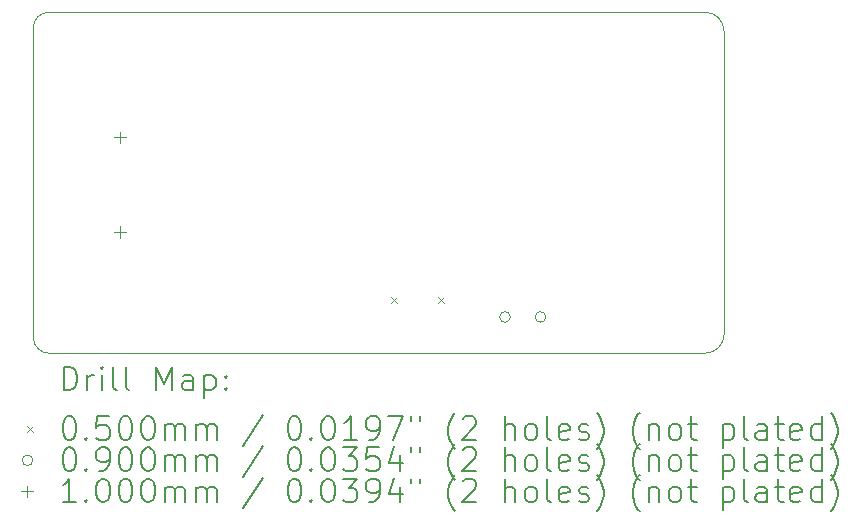
<source format=gbr>
%TF.GenerationSoftware,KiCad,Pcbnew,8.0.1*%
%TF.CreationDate,2024-03-31T17:14:52+03:00*%
%TF.ProjectId,Master board,4d617374-6572-4206-926f-6172642e6b69,rev?*%
%TF.SameCoordinates,Original*%
%TF.FileFunction,Drillmap*%
%TF.FilePolarity,Positive*%
%FSLAX45Y45*%
G04 Gerber Fmt 4.5, Leading zero omitted, Abs format (unit mm)*
G04 Created by KiCad (PCBNEW 8.0.1) date 2024-03-31 17:14:52*
%MOMM*%
%LPD*%
G01*
G04 APERTURE LIST*
%ADD10C,0.050000*%
%ADD11C,0.200000*%
%ADD12C,0.100000*%
G04 APERTURE END LIST*
D10*
X16539900Y-6780700D02*
X16539900Y-9346700D01*
X10689900Y-9372700D02*
X10689900Y-6754700D01*
X10824900Y-9507700D02*
G75*
G02*
X10689900Y-9372700I0J135000D01*
G01*
X16378900Y-6619700D02*
X10824900Y-6619700D01*
X16378900Y-9507700D02*
X10824900Y-9507700D01*
X16539900Y-9346700D02*
G75*
G02*
X16378900Y-9507700I-161000J0D01*
G01*
X16378900Y-6619700D02*
G75*
G02*
X16539900Y-6780700I0J-161000D01*
G01*
X10689900Y-6754700D02*
G75*
G02*
X10824900Y-6619700I135000J0D01*
G01*
D11*
D12*
X13716200Y-9028400D02*
X13766200Y-9078400D01*
X13766200Y-9028400D02*
X13716200Y-9078400D01*
X14116200Y-9028400D02*
X14166200Y-9078400D01*
X14166200Y-9028400D02*
X14116200Y-9078400D01*
X14729200Y-9200700D02*
G75*
G02*
X14639200Y-9200700I-45000J0D01*
G01*
X14639200Y-9200700D02*
G75*
G02*
X14729200Y-9200700I45000J0D01*
G01*
X15029200Y-9200700D02*
G75*
G02*
X14939200Y-9200700I-45000J0D01*
G01*
X14939200Y-9200700D02*
G75*
G02*
X15029200Y-9200700I45000J0D01*
G01*
X11422950Y-7630900D02*
X11422950Y-7730900D01*
X11372950Y-7680900D02*
X11472950Y-7680900D01*
X11422950Y-8430900D02*
X11422950Y-8530900D01*
X11372950Y-8480900D02*
X11472950Y-8480900D01*
D11*
X10948177Y-9821684D02*
X10948177Y-9621684D01*
X10948177Y-9621684D02*
X10995796Y-9621684D01*
X10995796Y-9621684D02*
X11024367Y-9631208D01*
X11024367Y-9631208D02*
X11043415Y-9650255D01*
X11043415Y-9650255D02*
X11052939Y-9669303D01*
X11052939Y-9669303D02*
X11062463Y-9707398D01*
X11062463Y-9707398D02*
X11062463Y-9735970D01*
X11062463Y-9735970D02*
X11052939Y-9774065D01*
X11052939Y-9774065D02*
X11043415Y-9793112D01*
X11043415Y-9793112D02*
X11024367Y-9812160D01*
X11024367Y-9812160D02*
X10995796Y-9821684D01*
X10995796Y-9821684D02*
X10948177Y-9821684D01*
X11148177Y-9821684D02*
X11148177Y-9688350D01*
X11148177Y-9726446D02*
X11157701Y-9707398D01*
X11157701Y-9707398D02*
X11167224Y-9697874D01*
X11167224Y-9697874D02*
X11186272Y-9688350D01*
X11186272Y-9688350D02*
X11205320Y-9688350D01*
X11271986Y-9821684D02*
X11271986Y-9688350D01*
X11271986Y-9621684D02*
X11262462Y-9631208D01*
X11262462Y-9631208D02*
X11271986Y-9640731D01*
X11271986Y-9640731D02*
X11281510Y-9631208D01*
X11281510Y-9631208D02*
X11271986Y-9621684D01*
X11271986Y-9621684D02*
X11271986Y-9640731D01*
X11395796Y-9821684D02*
X11376748Y-9812160D01*
X11376748Y-9812160D02*
X11367224Y-9793112D01*
X11367224Y-9793112D02*
X11367224Y-9621684D01*
X11500558Y-9821684D02*
X11481510Y-9812160D01*
X11481510Y-9812160D02*
X11471986Y-9793112D01*
X11471986Y-9793112D02*
X11471986Y-9621684D01*
X11729129Y-9821684D02*
X11729129Y-9621684D01*
X11729129Y-9621684D02*
X11795796Y-9764541D01*
X11795796Y-9764541D02*
X11862462Y-9621684D01*
X11862462Y-9621684D02*
X11862462Y-9821684D01*
X12043415Y-9821684D02*
X12043415Y-9716922D01*
X12043415Y-9716922D02*
X12033891Y-9697874D01*
X12033891Y-9697874D02*
X12014843Y-9688350D01*
X12014843Y-9688350D02*
X11976748Y-9688350D01*
X11976748Y-9688350D02*
X11957701Y-9697874D01*
X12043415Y-9812160D02*
X12024367Y-9821684D01*
X12024367Y-9821684D02*
X11976748Y-9821684D01*
X11976748Y-9821684D02*
X11957701Y-9812160D01*
X11957701Y-9812160D02*
X11948177Y-9793112D01*
X11948177Y-9793112D02*
X11948177Y-9774065D01*
X11948177Y-9774065D02*
X11957701Y-9755017D01*
X11957701Y-9755017D02*
X11976748Y-9745493D01*
X11976748Y-9745493D02*
X12024367Y-9745493D01*
X12024367Y-9745493D02*
X12043415Y-9735970D01*
X12138653Y-9688350D02*
X12138653Y-9888350D01*
X12138653Y-9697874D02*
X12157701Y-9688350D01*
X12157701Y-9688350D02*
X12195796Y-9688350D01*
X12195796Y-9688350D02*
X12214843Y-9697874D01*
X12214843Y-9697874D02*
X12224367Y-9707398D01*
X12224367Y-9707398D02*
X12233891Y-9726446D01*
X12233891Y-9726446D02*
X12233891Y-9783589D01*
X12233891Y-9783589D02*
X12224367Y-9802636D01*
X12224367Y-9802636D02*
X12214843Y-9812160D01*
X12214843Y-9812160D02*
X12195796Y-9821684D01*
X12195796Y-9821684D02*
X12157701Y-9821684D01*
X12157701Y-9821684D02*
X12138653Y-9812160D01*
X12319605Y-9802636D02*
X12329129Y-9812160D01*
X12329129Y-9812160D02*
X12319605Y-9821684D01*
X12319605Y-9821684D02*
X12310082Y-9812160D01*
X12310082Y-9812160D02*
X12319605Y-9802636D01*
X12319605Y-9802636D02*
X12319605Y-9821684D01*
X12319605Y-9697874D02*
X12329129Y-9707398D01*
X12329129Y-9707398D02*
X12319605Y-9716922D01*
X12319605Y-9716922D02*
X12310082Y-9707398D01*
X12310082Y-9707398D02*
X12319605Y-9697874D01*
X12319605Y-9697874D02*
X12319605Y-9716922D01*
D12*
X10637400Y-10125200D02*
X10687400Y-10175200D01*
X10687400Y-10125200D02*
X10637400Y-10175200D01*
D11*
X10986272Y-10041684D02*
X11005320Y-10041684D01*
X11005320Y-10041684D02*
X11024367Y-10051208D01*
X11024367Y-10051208D02*
X11033891Y-10060731D01*
X11033891Y-10060731D02*
X11043415Y-10079779D01*
X11043415Y-10079779D02*
X11052939Y-10117874D01*
X11052939Y-10117874D02*
X11052939Y-10165493D01*
X11052939Y-10165493D02*
X11043415Y-10203589D01*
X11043415Y-10203589D02*
X11033891Y-10222636D01*
X11033891Y-10222636D02*
X11024367Y-10232160D01*
X11024367Y-10232160D02*
X11005320Y-10241684D01*
X11005320Y-10241684D02*
X10986272Y-10241684D01*
X10986272Y-10241684D02*
X10967224Y-10232160D01*
X10967224Y-10232160D02*
X10957701Y-10222636D01*
X10957701Y-10222636D02*
X10948177Y-10203589D01*
X10948177Y-10203589D02*
X10938653Y-10165493D01*
X10938653Y-10165493D02*
X10938653Y-10117874D01*
X10938653Y-10117874D02*
X10948177Y-10079779D01*
X10948177Y-10079779D02*
X10957701Y-10060731D01*
X10957701Y-10060731D02*
X10967224Y-10051208D01*
X10967224Y-10051208D02*
X10986272Y-10041684D01*
X11138653Y-10222636D02*
X11148177Y-10232160D01*
X11148177Y-10232160D02*
X11138653Y-10241684D01*
X11138653Y-10241684D02*
X11129129Y-10232160D01*
X11129129Y-10232160D02*
X11138653Y-10222636D01*
X11138653Y-10222636D02*
X11138653Y-10241684D01*
X11329129Y-10041684D02*
X11233891Y-10041684D01*
X11233891Y-10041684D02*
X11224367Y-10136922D01*
X11224367Y-10136922D02*
X11233891Y-10127398D01*
X11233891Y-10127398D02*
X11252939Y-10117874D01*
X11252939Y-10117874D02*
X11300558Y-10117874D01*
X11300558Y-10117874D02*
X11319605Y-10127398D01*
X11319605Y-10127398D02*
X11329129Y-10136922D01*
X11329129Y-10136922D02*
X11338653Y-10155970D01*
X11338653Y-10155970D02*
X11338653Y-10203589D01*
X11338653Y-10203589D02*
X11329129Y-10222636D01*
X11329129Y-10222636D02*
X11319605Y-10232160D01*
X11319605Y-10232160D02*
X11300558Y-10241684D01*
X11300558Y-10241684D02*
X11252939Y-10241684D01*
X11252939Y-10241684D02*
X11233891Y-10232160D01*
X11233891Y-10232160D02*
X11224367Y-10222636D01*
X11462462Y-10041684D02*
X11481510Y-10041684D01*
X11481510Y-10041684D02*
X11500558Y-10051208D01*
X11500558Y-10051208D02*
X11510082Y-10060731D01*
X11510082Y-10060731D02*
X11519605Y-10079779D01*
X11519605Y-10079779D02*
X11529129Y-10117874D01*
X11529129Y-10117874D02*
X11529129Y-10165493D01*
X11529129Y-10165493D02*
X11519605Y-10203589D01*
X11519605Y-10203589D02*
X11510082Y-10222636D01*
X11510082Y-10222636D02*
X11500558Y-10232160D01*
X11500558Y-10232160D02*
X11481510Y-10241684D01*
X11481510Y-10241684D02*
X11462462Y-10241684D01*
X11462462Y-10241684D02*
X11443415Y-10232160D01*
X11443415Y-10232160D02*
X11433891Y-10222636D01*
X11433891Y-10222636D02*
X11424367Y-10203589D01*
X11424367Y-10203589D02*
X11414843Y-10165493D01*
X11414843Y-10165493D02*
X11414843Y-10117874D01*
X11414843Y-10117874D02*
X11424367Y-10079779D01*
X11424367Y-10079779D02*
X11433891Y-10060731D01*
X11433891Y-10060731D02*
X11443415Y-10051208D01*
X11443415Y-10051208D02*
X11462462Y-10041684D01*
X11652939Y-10041684D02*
X11671986Y-10041684D01*
X11671986Y-10041684D02*
X11691034Y-10051208D01*
X11691034Y-10051208D02*
X11700558Y-10060731D01*
X11700558Y-10060731D02*
X11710082Y-10079779D01*
X11710082Y-10079779D02*
X11719605Y-10117874D01*
X11719605Y-10117874D02*
X11719605Y-10165493D01*
X11719605Y-10165493D02*
X11710082Y-10203589D01*
X11710082Y-10203589D02*
X11700558Y-10222636D01*
X11700558Y-10222636D02*
X11691034Y-10232160D01*
X11691034Y-10232160D02*
X11671986Y-10241684D01*
X11671986Y-10241684D02*
X11652939Y-10241684D01*
X11652939Y-10241684D02*
X11633891Y-10232160D01*
X11633891Y-10232160D02*
X11624367Y-10222636D01*
X11624367Y-10222636D02*
X11614843Y-10203589D01*
X11614843Y-10203589D02*
X11605320Y-10165493D01*
X11605320Y-10165493D02*
X11605320Y-10117874D01*
X11605320Y-10117874D02*
X11614843Y-10079779D01*
X11614843Y-10079779D02*
X11624367Y-10060731D01*
X11624367Y-10060731D02*
X11633891Y-10051208D01*
X11633891Y-10051208D02*
X11652939Y-10041684D01*
X11805320Y-10241684D02*
X11805320Y-10108350D01*
X11805320Y-10127398D02*
X11814843Y-10117874D01*
X11814843Y-10117874D02*
X11833891Y-10108350D01*
X11833891Y-10108350D02*
X11862463Y-10108350D01*
X11862463Y-10108350D02*
X11881510Y-10117874D01*
X11881510Y-10117874D02*
X11891034Y-10136922D01*
X11891034Y-10136922D02*
X11891034Y-10241684D01*
X11891034Y-10136922D02*
X11900558Y-10117874D01*
X11900558Y-10117874D02*
X11919605Y-10108350D01*
X11919605Y-10108350D02*
X11948177Y-10108350D01*
X11948177Y-10108350D02*
X11967224Y-10117874D01*
X11967224Y-10117874D02*
X11976748Y-10136922D01*
X11976748Y-10136922D02*
X11976748Y-10241684D01*
X12071986Y-10241684D02*
X12071986Y-10108350D01*
X12071986Y-10127398D02*
X12081510Y-10117874D01*
X12081510Y-10117874D02*
X12100558Y-10108350D01*
X12100558Y-10108350D02*
X12129129Y-10108350D01*
X12129129Y-10108350D02*
X12148177Y-10117874D01*
X12148177Y-10117874D02*
X12157701Y-10136922D01*
X12157701Y-10136922D02*
X12157701Y-10241684D01*
X12157701Y-10136922D02*
X12167224Y-10117874D01*
X12167224Y-10117874D02*
X12186272Y-10108350D01*
X12186272Y-10108350D02*
X12214843Y-10108350D01*
X12214843Y-10108350D02*
X12233891Y-10117874D01*
X12233891Y-10117874D02*
X12243415Y-10136922D01*
X12243415Y-10136922D02*
X12243415Y-10241684D01*
X12633891Y-10032160D02*
X12462463Y-10289303D01*
X12891034Y-10041684D02*
X12910082Y-10041684D01*
X12910082Y-10041684D02*
X12929129Y-10051208D01*
X12929129Y-10051208D02*
X12938653Y-10060731D01*
X12938653Y-10060731D02*
X12948177Y-10079779D01*
X12948177Y-10079779D02*
X12957701Y-10117874D01*
X12957701Y-10117874D02*
X12957701Y-10165493D01*
X12957701Y-10165493D02*
X12948177Y-10203589D01*
X12948177Y-10203589D02*
X12938653Y-10222636D01*
X12938653Y-10222636D02*
X12929129Y-10232160D01*
X12929129Y-10232160D02*
X12910082Y-10241684D01*
X12910082Y-10241684D02*
X12891034Y-10241684D01*
X12891034Y-10241684D02*
X12871986Y-10232160D01*
X12871986Y-10232160D02*
X12862463Y-10222636D01*
X12862463Y-10222636D02*
X12852939Y-10203589D01*
X12852939Y-10203589D02*
X12843415Y-10165493D01*
X12843415Y-10165493D02*
X12843415Y-10117874D01*
X12843415Y-10117874D02*
X12852939Y-10079779D01*
X12852939Y-10079779D02*
X12862463Y-10060731D01*
X12862463Y-10060731D02*
X12871986Y-10051208D01*
X12871986Y-10051208D02*
X12891034Y-10041684D01*
X13043415Y-10222636D02*
X13052939Y-10232160D01*
X13052939Y-10232160D02*
X13043415Y-10241684D01*
X13043415Y-10241684D02*
X13033891Y-10232160D01*
X13033891Y-10232160D02*
X13043415Y-10222636D01*
X13043415Y-10222636D02*
X13043415Y-10241684D01*
X13176748Y-10041684D02*
X13195796Y-10041684D01*
X13195796Y-10041684D02*
X13214844Y-10051208D01*
X13214844Y-10051208D02*
X13224367Y-10060731D01*
X13224367Y-10060731D02*
X13233891Y-10079779D01*
X13233891Y-10079779D02*
X13243415Y-10117874D01*
X13243415Y-10117874D02*
X13243415Y-10165493D01*
X13243415Y-10165493D02*
X13233891Y-10203589D01*
X13233891Y-10203589D02*
X13224367Y-10222636D01*
X13224367Y-10222636D02*
X13214844Y-10232160D01*
X13214844Y-10232160D02*
X13195796Y-10241684D01*
X13195796Y-10241684D02*
X13176748Y-10241684D01*
X13176748Y-10241684D02*
X13157701Y-10232160D01*
X13157701Y-10232160D02*
X13148177Y-10222636D01*
X13148177Y-10222636D02*
X13138653Y-10203589D01*
X13138653Y-10203589D02*
X13129129Y-10165493D01*
X13129129Y-10165493D02*
X13129129Y-10117874D01*
X13129129Y-10117874D02*
X13138653Y-10079779D01*
X13138653Y-10079779D02*
X13148177Y-10060731D01*
X13148177Y-10060731D02*
X13157701Y-10051208D01*
X13157701Y-10051208D02*
X13176748Y-10041684D01*
X13433891Y-10241684D02*
X13319606Y-10241684D01*
X13376748Y-10241684D02*
X13376748Y-10041684D01*
X13376748Y-10041684D02*
X13357701Y-10070255D01*
X13357701Y-10070255D02*
X13338653Y-10089303D01*
X13338653Y-10089303D02*
X13319606Y-10098827D01*
X13529129Y-10241684D02*
X13567225Y-10241684D01*
X13567225Y-10241684D02*
X13586272Y-10232160D01*
X13586272Y-10232160D02*
X13595796Y-10222636D01*
X13595796Y-10222636D02*
X13614844Y-10194065D01*
X13614844Y-10194065D02*
X13624367Y-10155970D01*
X13624367Y-10155970D02*
X13624367Y-10079779D01*
X13624367Y-10079779D02*
X13614844Y-10060731D01*
X13614844Y-10060731D02*
X13605320Y-10051208D01*
X13605320Y-10051208D02*
X13586272Y-10041684D01*
X13586272Y-10041684D02*
X13548177Y-10041684D01*
X13548177Y-10041684D02*
X13529129Y-10051208D01*
X13529129Y-10051208D02*
X13519606Y-10060731D01*
X13519606Y-10060731D02*
X13510082Y-10079779D01*
X13510082Y-10079779D02*
X13510082Y-10127398D01*
X13510082Y-10127398D02*
X13519606Y-10146446D01*
X13519606Y-10146446D02*
X13529129Y-10155970D01*
X13529129Y-10155970D02*
X13548177Y-10165493D01*
X13548177Y-10165493D02*
X13586272Y-10165493D01*
X13586272Y-10165493D02*
X13605320Y-10155970D01*
X13605320Y-10155970D02*
X13614844Y-10146446D01*
X13614844Y-10146446D02*
X13624367Y-10127398D01*
X13691034Y-10041684D02*
X13824367Y-10041684D01*
X13824367Y-10041684D02*
X13738653Y-10241684D01*
X13891034Y-10041684D02*
X13891034Y-10079779D01*
X13967225Y-10041684D02*
X13967225Y-10079779D01*
X14262463Y-10317874D02*
X14252939Y-10308350D01*
X14252939Y-10308350D02*
X14233891Y-10279779D01*
X14233891Y-10279779D02*
X14224368Y-10260731D01*
X14224368Y-10260731D02*
X14214844Y-10232160D01*
X14214844Y-10232160D02*
X14205320Y-10184541D01*
X14205320Y-10184541D02*
X14205320Y-10146446D01*
X14205320Y-10146446D02*
X14214844Y-10098827D01*
X14214844Y-10098827D02*
X14224368Y-10070255D01*
X14224368Y-10070255D02*
X14233891Y-10051208D01*
X14233891Y-10051208D02*
X14252939Y-10022636D01*
X14252939Y-10022636D02*
X14262463Y-10013112D01*
X14329129Y-10060731D02*
X14338653Y-10051208D01*
X14338653Y-10051208D02*
X14357701Y-10041684D01*
X14357701Y-10041684D02*
X14405320Y-10041684D01*
X14405320Y-10041684D02*
X14424368Y-10051208D01*
X14424368Y-10051208D02*
X14433891Y-10060731D01*
X14433891Y-10060731D02*
X14443415Y-10079779D01*
X14443415Y-10079779D02*
X14443415Y-10098827D01*
X14443415Y-10098827D02*
X14433891Y-10127398D01*
X14433891Y-10127398D02*
X14319606Y-10241684D01*
X14319606Y-10241684D02*
X14443415Y-10241684D01*
X14681510Y-10241684D02*
X14681510Y-10041684D01*
X14767225Y-10241684D02*
X14767225Y-10136922D01*
X14767225Y-10136922D02*
X14757701Y-10117874D01*
X14757701Y-10117874D02*
X14738653Y-10108350D01*
X14738653Y-10108350D02*
X14710082Y-10108350D01*
X14710082Y-10108350D02*
X14691034Y-10117874D01*
X14691034Y-10117874D02*
X14681510Y-10127398D01*
X14891034Y-10241684D02*
X14871987Y-10232160D01*
X14871987Y-10232160D02*
X14862463Y-10222636D01*
X14862463Y-10222636D02*
X14852939Y-10203589D01*
X14852939Y-10203589D02*
X14852939Y-10146446D01*
X14852939Y-10146446D02*
X14862463Y-10127398D01*
X14862463Y-10127398D02*
X14871987Y-10117874D01*
X14871987Y-10117874D02*
X14891034Y-10108350D01*
X14891034Y-10108350D02*
X14919606Y-10108350D01*
X14919606Y-10108350D02*
X14938653Y-10117874D01*
X14938653Y-10117874D02*
X14948177Y-10127398D01*
X14948177Y-10127398D02*
X14957701Y-10146446D01*
X14957701Y-10146446D02*
X14957701Y-10203589D01*
X14957701Y-10203589D02*
X14948177Y-10222636D01*
X14948177Y-10222636D02*
X14938653Y-10232160D01*
X14938653Y-10232160D02*
X14919606Y-10241684D01*
X14919606Y-10241684D02*
X14891034Y-10241684D01*
X15071987Y-10241684D02*
X15052939Y-10232160D01*
X15052939Y-10232160D02*
X15043415Y-10213112D01*
X15043415Y-10213112D02*
X15043415Y-10041684D01*
X15224368Y-10232160D02*
X15205320Y-10241684D01*
X15205320Y-10241684D02*
X15167225Y-10241684D01*
X15167225Y-10241684D02*
X15148177Y-10232160D01*
X15148177Y-10232160D02*
X15138653Y-10213112D01*
X15138653Y-10213112D02*
X15138653Y-10136922D01*
X15138653Y-10136922D02*
X15148177Y-10117874D01*
X15148177Y-10117874D02*
X15167225Y-10108350D01*
X15167225Y-10108350D02*
X15205320Y-10108350D01*
X15205320Y-10108350D02*
X15224368Y-10117874D01*
X15224368Y-10117874D02*
X15233891Y-10136922D01*
X15233891Y-10136922D02*
X15233891Y-10155970D01*
X15233891Y-10155970D02*
X15138653Y-10175017D01*
X15310082Y-10232160D02*
X15329130Y-10241684D01*
X15329130Y-10241684D02*
X15367225Y-10241684D01*
X15367225Y-10241684D02*
X15386272Y-10232160D01*
X15386272Y-10232160D02*
X15395796Y-10213112D01*
X15395796Y-10213112D02*
X15395796Y-10203589D01*
X15395796Y-10203589D02*
X15386272Y-10184541D01*
X15386272Y-10184541D02*
X15367225Y-10175017D01*
X15367225Y-10175017D02*
X15338653Y-10175017D01*
X15338653Y-10175017D02*
X15319606Y-10165493D01*
X15319606Y-10165493D02*
X15310082Y-10146446D01*
X15310082Y-10146446D02*
X15310082Y-10136922D01*
X15310082Y-10136922D02*
X15319606Y-10117874D01*
X15319606Y-10117874D02*
X15338653Y-10108350D01*
X15338653Y-10108350D02*
X15367225Y-10108350D01*
X15367225Y-10108350D02*
X15386272Y-10117874D01*
X15462463Y-10317874D02*
X15471987Y-10308350D01*
X15471987Y-10308350D02*
X15491034Y-10279779D01*
X15491034Y-10279779D02*
X15500558Y-10260731D01*
X15500558Y-10260731D02*
X15510082Y-10232160D01*
X15510082Y-10232160D02*
X15519606Y-10184541D01*
X15519606Y-10184541D02*
X15519606Y-10146446D01*
X15519606Y-10146446D02*
X15510082Y-10098827D01*
X15510082Y-10098827D02*
X15500558Y-10070255D01*
X15500558Y-10070255D02*
X15491034Y-10051208D01*
X15491034Y-10051208D02*
X15471987Y-10022636D01*
X15471987Y-10022636D02*
X15462463Y-10013112D01*
X15824368Y-10317874D02*
X15814844Y-10308350D01*
X15814844Y-10308350D02*
X15795796Y-10279779D01*
X15795796Y-10279779D02*
X15786272Y-10260731D01*
X15786272Y-10260731D02*
X15776749Y-10232160D01*
X15776749Y-10232160D02*
X15767225Y-10184541D01*
X15767225Y-10184541D02*
X15767225Y-10146446D01*
X15767225Y-10146446D02*
X15776749Y-10098827D01*
X15776749Y-10098827D02*
X15786272Y-10070255D01*
X15786272Y-10070255D02*
X15795796Y-10051208D01*
X15795796Y-10051208D02*
X15814844Y-10022636D01*
X15814844Y-10022636D02*
X15824368Y-10013112D01*
X15900558Y-10108350D02*
X15900558Y-10241684D01*
X15900558Y-10127398D02*
X15910082Y-10117874D01*
X15910082Y-10117874D02*
X15929130Y-10108350D01*
X15929130Y-10108350D02*
X15957701Y-10108350D01*
X15957701Y-10108350D02*
X15976749Y-10117874D01*
X15976749Y-10117874D02*
X15986272Y-10136922D01*
X15986272Y-10136922D02*
X15986272Y-10241684D01*
X16110082Y-10241684D02*
X16091034Y-10232160D01*
X16091034Y-10232160D02*
X16081511Y-10222636D01*
X16081511Y-10222636D02*
X16071987Y-10203589D01*
X16071987Y-10203589D02*
X16071987Y-10146446D01*
X16071987Y-10146446D02*
X16081511Y-10127398D01*
X16081511Y-10127398D02*
X16091034Y-10117874D01*
X16091034Y-10117874D02*
X16110082Y-10108350D01*
X16110082Y-10108350D02*
X16138653Y-10108350D01*
X16138653Y-10108350D02*
X16157701Y-10117874D01*
X16157701Y-10117874D02*
X16167225Y-10127398D01*
X16167225Y-10127398D02*
X16176749Y-10146446D01*
X16176749Y-10146446D02*
X16176749Y-10203589D01*
X16176749Y-10203589D02*
X16167225Y-10222636D01*
X16167225Y-10222636D02*
X16157701Y-10232160D01*
X16157701Y-10232160D02*
X16138653Y-10241684D01*
X16138653Y-10241684D02*
X16110082Y-10241684D01*
X16233892Y-10108350D02*
X16310082Y-10108350D01*
X16262463Y-10041684D02*
X16262463Y-10213112D01*
X16262463Y-10213112D02*
X16271987Y-10232160D01*
X16271987Y-10232160D02*
X16291034Y-10241684D01*
X16291034Y-10241684D02*
X16310082Y-10241684D01*
X16529130Y-10108350D02*
X16529130Y-10308350D01*
X16529130Y-10117874D02*
X16548177Y-10108350D01*
X16548177Y-10108350D02*
X16586273Y-10108350D01*
X16586273Y-10108350D02*
X16605320Y-10117874D01*
X16605320Y-10117874D02*
X16614844Y-10127398D01*
X16614844Y-10127398D02*
X16624368Y-10146446D01*
X16624368Y-10146446D02*
X16624368Y-10203589D01*
X16624368Y-10203589D02*
X16614844Y-10222636D01*
X16614844Y-10222636D02*
X16605320Y-10232160D01*
X16605320Y-10232160D02*
X16586273Y-10241684D01*
X16586273Y-10241684D02*
X16548177Y-10241684D01*
X16548177Y-10241684D02*
X16529130Y-10232160D01*
X16738653Y-10241684D02*
X16719606Y-10232160D01*
X16719606Y-10232160D02*
X16710082Y-10213112D01*
X16710082Y-10213112D02*
X16710082Y-10041684D01*
X16900558Y-10241684D02*
X16900558Y-10136922D01*
X16900558Y-10136922D02*
X16891035Y-10117874D01*
X16891035Y-10117874D02*
X16871987Y-10108350D01*
X16871987Y-10108350D02*
X16833892Y-10108350D01*
X16833892Y-10108350D02*
X16814844Y-10117874D01*
X16900558Y-10232160D02*
X16881511Y-10241684D01*
X16881511Y-10241684D02*
X16833892Y-10241684D01*
X16833892Y-10241684D02*
X16814844Y-10232160D01*
X16814844Y-10232160D02*
X16805320Y-10213112D01*
X16805320Y-10213112D02*
X16805320Y-10194065D01*
X16805320Y-10194065D02*
X16814844Y-10175017D01*
X16814844Y-10175017D02*
X16833892Y-10165493D01*
X16833892Y-10165493D02*
X16881511Y-10165493D01*
X16881511Y-10165493D02*
X16900558Y-10155970D01*
X16967225Y-10108350D02*
X17043415Y-10108350D01*
X16995796Y-10041684D02*
X16995796Y-10213112D01*
X16995796Y-10213112D02*
X17005320Y-10232160D01*
X17005320Y-10232160D02*
X17024368Y-10241684D01*
X17024368Y-10241684D02*
X17043415Y-10241684D01*
X17186273Y-10232160D02*
X17167225Y-10241684D01*
X17167225Y-10241684D02*
X17129130Y-10241684D01*
X17129130Y-10241684D02*
X17110082Y-10232160D01*
X17110082Y-10232160D02*
X17100558Y-10213112D01*
X17100558Y-10213112D02*
X17100558Y-10136922D01*
X17100558Y-10136922D02*
X17110082Y-10117874D01*
X17110082Y-10117874D02*
X17129130Y-10108350D01*
X17129130Y-10108350D02*
X17167225Y-10108350D01*
X17167225Y-10108350D02*
X17186273Y-10117874D01*
X17186273Y-10117874D02*
X17195796Y-10136922D01*
X17195796Y-10136922D02*
X17195796Y-10155970D01*
X17195796Y-10155970D02*
X17100558Y-10175017D01*
X17367225Y-10241684D02*
X17367225Y-10041684D01*
X17367225Y-10232160D02*
X17348177Y-10241684D01*
X17348177Y-10241684D02*
X17310082Y-10241684D01*
X17310082Y-10241684D02*
X17291035Y-10232160D01*
X17291035Y-10232160D02*
X17281511Y-10222636D01*
X17281511Y-10222636D02*
X17271987Y-10203589D01*
X17271987Y-10203589D02*
X17271987Y-10146446D01*
X17271987Y-10146446D02*
X17281511Y-10127398D01*
X17281511Y-10127398D02*
X17291035Y-10117874D01*
X17291035Y-10117874D02*
X17310082Y-10108350D01*
X17310082Y-10108350D02*
X17348177Y-10108350D01*
X17348177Y-10108350D02*
X17367225Y-10117874D01*
X17443416Y-10317874D02*
X17452939Y-10308350D01*
X17452939Y-10308350D02*
X17471987Y-10279779D01*
X17471987Y-10279779D02*
X17481511Y-10260731D01*
X17481511Y-10260731D02*
X17491035Y-10232160D01*
X17491035Y-10232160D02*
X17500558Y-10184541D01*
X17500558Y-10184541D02*
X17500558Y-10146446D01*
X17500558Y-10146446D02*
X17491035Y-10098827D01*
X17491035Y-10098827D02*
X17481511Y-10070255D01*
X17481511Y-10070255D02*
X17471987Y-10051208D01*
X17471987Y-10051208D02*
X17452939Y-10022636D01*
X17452939Y-10022636D02*
X17443416Y-10013112D01*
D12*
X10687400Y-10414200D02*
G75*
G02*
X10597400Y-10414200I-45000J0D01*
G01*
X10597400Y-10414200D02*
G75*
G02*
X10687400Y-10414200I45000J0D01*
G01*
D11*
X10986272Y-10305684D02*
X11005320Y-10305684D01*
X11005320Y-10305684D02*
X11024367Y-10315208D01*
X11024367Y-10315208D02*
X11033891Y-10324731D01*
X11033891Y-10324731D02*
X11043415Y-10343779D01*
X11043415Y-10343779D02*
X11052939Y-10381874D01*
X11052939Y-10381874D02*
X11052939Y-10429493D01*
X11052939Y-10429493D02*
X11043415Y-10467589D01*
X11043415Y-10467589D02*
X11033891Y-10486636D01*
X11033891Y-10486636D02*
X11024367Y-10496160D01*
X11024367Y-10496160D02*
X11005320Y-10505684D01*
X11005320Y-10505684D02*
X10986272Y-10505684D01*
X10986272Y-10505684D02*
X10967224Y-10496160D01*
X10967224Y-10496160D02*
X10957701Y-10486636D01*
X10957701Y-10486636D02*
X10948177Y-10467589D01*
X10948177Y-10467589D02*
X10938653Y-10429493D01*
X10938653Y-10429493D02*
X10938653Y-10381874D01*
X10938653Y-10381874D02*
X10948177Y-10343779D01*
X10948177Y-10343779D02*
X10957701Y-10324731D01*
X10957701Y-10324731D02*
X10967224Y-10315208D01*
X10967224Y-10315208D02*
X10986272Y-10305684D01*
X11138653Y-10486636D02*
X11148177Y-10496160D01*
X11148177Y-10496160D02*
X11138653Y-10505684D01*
X11138653Y-10505684D02*
X11129129Y-10496160D01*
X11129129Y-10496160D02*
X11138653Y-10486636D01*
X11138653Y-10486636D02*
X11138653Y-10505684D01*
X11243415Y-10505684D02*
X11281510Y-10505684D01*
X11281510Y-10505684D02*
X11300558Y-10496160D01*
X11300558Y-10496160D02*
X11310082Y-10486636D01*
X11310082Y-10486636D02*
X11329129Y-10458065D01*
X11329129Y-10458065D02*
X11338653Y-10419970D01*
X11338653Y-10419970D02*
X11338653Y-10343779D01*
X11338653Y-10343779D02*
X11329129Y-10324731D01*
X11329129Y-10324731D02*
X11319605Y-10315208D01*
X11319605Y-10315208D02*
X11300558Y-10305684D01*
X11300558Y-10305684D02*
X11262462Y-10305684D01*
X11262462Y-10305684D02*
X11243415Y-10315208D01*
X11243415Y-10315208D02*
X11233891Y-10324731D01*
X11233891Y-10324731D02*
X11224367Y-10343779D01*
X11224367Y-10343779D02*
X11224367Y-10391398D01*
X11224367Y-10391398D02*
X11233891Y-10410446D01*
X11233891Y-10410446D02*
X11243415Y-10419970D01*
X11243415Y-10419970D02*
X11262462Y-10429493D01*
X11262462Y-10429493D02*
X11300558Y-10429493D01*
X11300558Y-10429493D02*
X11319605Y-10419970D01*
X11319605Y-10419970D02*
X11329129Y-10410446D01*
X11329129Y-10410446D02*
X11338653Y-10391398D01*
X11462462Y-10305684D02*
X11481510Y-10305684D01*
X11481510Y-10305684D02*
X11500558Y-10315208D01*
X11500558Y-10315208D02*
X11510082Y-10324731D01*
X11510082Y-10324731D02*
X11519605Y-10343779D01*
X11519605Y-10343779D02*
X11529129Y-10381874D01*
X11529129Y-10381874D02*
X11529129Y-10429493D01*
X11529129Y-10429493D02*
X11519605Y-10467589D01*
X11519605Y-10467589D02*
X11510082Y-10486636D01*
X11510082Y-10486636D02*
X11500558Y-10496160D01*
X11500558Y-10496160D02*
X11481510Y-10505684D01*
X11481510Y-10505684D02*
X11462462Y-10505684D01*
X11462462Y-10505684D02*
X11443415Y-10496160D01*
X11443415Y-10496160D02*
X11433891Y-10486636D01*
X11433891Y-10486636D02*
X11424367Y-10467589D01*
X11424367Y-10467589D02*
X11414843Y-10429493D01*
X11414843Y-10429493D02*
X11414843Y-10381874D01*
X11414843Y-10381874D02*
X11424367Y-10343779D01*
X11424367Y-10343779D02*
X11433891Y-10324731D01*
X11433891Y-10324731D02*
X11443415Y-10315208D01*
X11443415Y-10315208D02*
X11462462Y-10305684D01*
X11652939Y-10305684D02*
X11671986Y-10305684D01*
X11671986Y-10305684D02*
X11691034Y-10315208D01*
X11691034Y-10315208D02*
X11700558Y-10324731D01*
X11700558Y-10324731D02*
X11710082Y-10343779D01*
X11710082Y-10343779D02*
X11719605Y-10381874D01*
X11719605Y-10381874D02*
X11719605Y-10429493D01*
X11719605Y-10429493D02*
X11710082Y-10467589D01*
X11710082Y-10467589D02*
X11700558Y-10486636D01*
X11700558Y-10486636D02*
X11691034Y-10496160D01*
X11691034Y-10496160D02*
X11671986Y-10505684D01*
X11671986Y-10505684D02*
X11652939Y-10505684D01*
X11652939Y-10505684D02*
X11633891Y-10496160D01*
X11633891Y-10496160D02*
X11624367Y-10486636D01*
X11624367Y-10486636D02*
X11614843Y-10467589D01*
X11614843Y-10467589D02*
X11605320Y-10429493D01*
X11605320Y-10429493D02*
X11605320Y-10381874D01*
X11605320Y-10381874D02*
X11614843Y-10343779D01*
X11614843Y-10343779D02*
X11624367Y-10324731D01*
X11624367Y-10324731D02*
X11633891Y-10315208D01*
X11633891Y-10315208D02*
X11652939Y-10305684D01*
X11805320Y-10505684D02*
X11805320Y-10372350D01*
X11805320Y-10391398D02*
X11814843Y-10381874D01*
X11814843Y-10381874D02*
X11833891Y-10372350D01*
X11833891Y-10372350D02*
X11862463Y-10372350D01*
X11862463Y-10372350D02*
X11881510Y-10381874D01*
X11881510Y-10381874D02*
X11891034Y-10400922D01*
X11891034Y-10400922D02*
X11891034Y-10505684D01*
X11891034Y-10400922D02*
X11900558Y-10381874D01*
X11900558Y-10381874D02*
X11919605Y-10372350D01*
X11919605Y-10372350D02*
X11948177Y-10372350D01*
X11948177Y-10372350D02*
X11967224Y-10381874D01*
X11967224Y-10381874D02*
X11976748Y-10400922D01*
X11976748Y-10400922D02*
X11976748Y-10505684D01*
X12071986Y-10505684D02*
X12071986Y-10372350D01*
X12071986Y-10391398D02*
X12081510Y-10381874D01*
X12081510Y-10381874D02*
X12100558Y-10372350D01*
X12100558Y-10372350D02*
X12129129Y-10372350D01*
X12129129Y-10372350D02*
X12148177Y-10381874D01*
X12148177Y-10381874D02*
X12157701Y-10400922D01*
X12157701Y-10400922D02*
X12157701Y-10505684D01*
X12157701Y-10400922D02*
X12167224Y-10381874D01*
X12167224Y-10381874D02*
X12186272Y-10372350D01*
X12186272Y-10372350D02*
X12214843Y-10372350D01*
X12214843Y-10372350D02*
X12233891Y-10381874D01*
X12233891Y-10381874D02*
X12243415Y-10400922D01*
X12243415Y-10400922D02*
X12243415Y-10505684D01*
X12633891Y-10296160D02*
X12462463Y-10553303D01*
X12891034Y-10305684D02*
X12910082Y-10305684D01*
X12910082Y-10305684D02*
X12929129Y-10315208D01*
X12929129Y-10315208D02*
X12938653Y-10324731D01*
X12938653Y-10324731D02*
X12948177Y-10343779D01*
X12948177Y-10343779D02*
X12957701Y-10381874D01*
X12957701Y-10381874D02*
X12957701Y-10429493D01*
X12957701Y-10429493D02*
X12948177Y-10467589D01*
X12948177Y-10467589D02*
X12938653Y-10486636D01*
X12938653Y-10486636D02*
X12929129Y-10496160D01*
X12929129Y-10496160D02*
X12910082Y-10505684D01*
X12910082Y-10505684D02*
X12891034Y-10505684D01*
X12891034Y-10505684D02*
X12871986Y-10496160D01*
X12871986Y-10496160D02*
X12862463Y-10486636D01*
X12862463Y-10486636D02*
X12852939Y-10467589D01*
X12852939Y-10467589D02*
X12843415Y-10429493D01*
X12843415Y-10429493D02*
X12843415Y-10381874D01*
X12843415Y-10381874D02*
X12852939Y-10343779D01*
X12852939Y-10343779D02*
X12862463Y-10324731D01*
X12862463Y-10324731D02*
X12871986Y-10315208D01*
X12871986Y-10315208D02*
X12891034Y-10305684D01*
X13043415Y-10486636D02*
X13052939Y-10496160D01*
X13052939Y-10496160D02*
X13043415Y-10505684D01*
X13043415Y-10505684D02*
X13033891Y-10496160D01*
X13033891Y-10496160D02*
X13043415Y-10486636D01*
X13043415Y-10486636D02*
X13043415Y-10505684D01*
X13176748Y-10305684D02*
X13195796Y-10305684D01*
X13195796Y-10305684D02*
X13214844Y-10315208D01*
X13214844Y-10315208D02*
X13224367Y-10324731D01*
X13224367Y-10324731D02*
X13233891Y-10343779D01*
X13233891Y-10343779D02*
X13243415Y-10381874D01*
X13243415Y-10381874D02*
X13243415Y-10429493D01*
X13243415Y-10429493D02*
X13233891Y-10467589D01*
X13233891Y-10467589D02*
X13224367Y-10486636D01*
X13224367Y-10486636D02*
X13214844Y-10496160D01*
X13214844Y-10496160D02*
X13195796Y-10505684D01*
X13195796Y-10505684D02*
X13176748Y-10505684D01*
X13176748Y-10505684D02*
X13157701Y-10496160D01*
X13157701Y-10496160D02*
X13148177Y-10486636D01*
X13148177Y-10486636D02*
X13138653Y-10467589D01*
X13138653Y-10467589D02*
X13129129Y-10429493D01*
X13129129Y-10429493D02*
X13129129Y-10381874D01*
X13129129Y-10381874D02*
X13138653Y-10343779D01*
X13138653Y-10343779D02*
X13148177Y-10324731D01*
X13148177Y-10324731D02*
X13157701Y-10315208D01*
X13157701Y-10315208D02*
X13176748Y-10305684D01*
X13310082Y-10305684D02*
X13433891Y-10305684D01*
X13433891Y-10305684D02*
X13367225Y-10381874D01*
X13367225Y-10381874D02*
X13395796Y-10381874D01*
X13395796Y-10381874D02*
X13414844Y-10391398D01*
X13414844Y-10391398D02*
X13424367Y-10400922D01*
X13424367Y-10400922D02*
X13433891Y-10419970D01*
X13433891Y-10419970D02*
X13433891Y-10467589D01*
X13433891Y-10467589D02*
X13424367Y-10486636D01*
X13424367Y-10486636D02*
X13414844Y-10496160D01*
X13414844Y-10496160D02*
X13395796Y-10505684D01*
X13395796Y-10505684D02*
X13338653Y-10505684D01*
X13338653Y-10505684D02*
X13319606Y-10496160D01*
X13319606Y-10496160D02*
X13310082Y-10486636D01*
X13614844Y-10305684D02*
X13519606Y-10305684D01*
X13519606Y-10305684D02*
X13510082Y-10400922D01*
X13510082Y-10400922D02*
X13519606Y-10391398D01*
X13519606Y-10391398D02*
X13538653Y-10381874D01*
X13538653Y-10381874D02*
X13586272Y-10381874D01*
X13586272Y-10381874D02*
X13605320Y-10391398D01*
X13605320Y-10391398D02*
X13614844Y-10400922D01*
X13614844Y-10400922D02*
X13624367Y-10419970D01*
X13624367Y-10419970D02*
X13624367Y-10467589D01*
X13624367Y-10467589D02*
X13614844Y-10486636D01*
X13614844Y-10486636D02*
X13605320Y-10496160D01*
X13605320Y-10496160D02*
X13586272Y-10505684D01*
X13586272Y-10505684D02*
X13538653Y-10505684D01*
X13538653Y-10505684D02*
X13519606Y-10496160D01*
X13519606Y-10496160D02*
X13510082Y-10486636D01*
X13795796Y-10372350D02*
X13795796Y-10505684D01*
X13748177Y-10296160D02*
X13700558Y-10439017D01*
X13700558Y-10439017D02*
X13824367Y-10439017D01*
X13891034Y-10305684D02*
X13891034Y-10343779D01*
X13967225Y-10305684D02*
X13967225Y-10343779D01*
X14262463Y-10581874D02*
X14252939Y-10572350D01*
X14252939Y-10572350D02*
X14233891Y-10543779D01*
X14233891Y-10543779D02*
X14224368Y-10524731D01*
X14224368Y-10524731D02*
X14214844Y-10496160D01*
X14214844Y-10496160D02*
X14205320Y-10448541D01*
X14205320Y-10448541D02*
X14205320Y-10410446D01*
X14205320Y-10410446D02*
X14214844Y-10362827D01*
X14214844Y-10362827D02*
X14224368Y-10334255D01*
X14224368Y-10334255D02*
X14233891Y-10315208D01*
X14233891Y-10315208D02*
X14252939Y-10286636D01*
X14252939Y-10286636D02*
X14262463Y-10277112D01*
X14329129Y-10324731D02*
X14338653Y-10315208D01*
X14338653Y-10315208D02*
X14357701Y-10305684D01*
X14357701Y-10305684D02*
X14405320Y-10305684D01*
X14405320Y-10305684D02*
X14424368Y-10315208D01*
X14424368Y-10315208D02*
X14433891Y-10324731D01*
X14433891Y-10324731D02*
X14443415Y-10343779D01*
X14443415Y-10343779D02*
X14443415Y-10362827D01*
X14443415Y-10362827D02*
X14433891Y-10391398D01*
X14433891Y-10391398D02*
X14319606Y-10505684D01*
X14319606Y-10505684D02*
X14443415Y-10505684D01*
X14681510Y-10505684D02*
X14681510Y-10305684D01*
X14767225Y-10505684D02*
X14767225Y-10400922D01*
X14767225Y-10400922D02*
X14757701Y-10381874D01*
X14757701Y-10381874D02*
X14738653Y-10372350D01*
X14738653Y-10372350D02*
X14710082Y-10372350D01*
X14710082Y-10372350D02*
X14691034Y-10381874D01*
X14691034Y-10381874D02*
X14681510Y-10391398D01*
X14891034Y-10505684D02*
X14871987Y-10496160D01*
X14871987Y-10496160D02*
X14862463Y-10486636D01*
X14862463Y-10486636D02*
X14852939Y-10467589D01*
X14852939Y-10467589D02*
X14852939Y-10410446D01*
X14852939Y-10410446D02*
X14862463Y-10391398D01*
X14862463Y-10391398D02*
X14871987Y-10381874D01*
X14871987Y-10381874D02*
X14891034Y-10372350D01*
X14891034Y-10372350D02*
X14919606Y-10372350D01*
X14919606Y-10372350D02*
X14938653Y-10381874D01*
X14938653Y-10381874D02*
X14948177Y-10391398D01*
X14948177Y-10391398D02*
X14957701Y-10410446D01*
X14957701Y-10410446D02*
X14957701Y-10467589D01*
X14957701Y-10467589D02*
X14948177Y-10486636D01*
X14948177Y-10486636D02*
X14938653Y-10496160D01*
X14938653Y-10496160D02*
X14919606Y-10505684D01*
X14919606Y-10505684D02*
X14891034Y-10505684D01*
X15071987Y-10505684D02*
X15052939Y-10496160D01*
X15052939Y-10496160D02*
X15043415Y-10477112D01*
X15043415Y-10477112D02*
X15043415Y-10305684D01*
X15224368Y-10496160D02*
X15205320Y-10505684D01*
X15205320Y-10505684D02*
X15167225Y-10505684D01*
X15167225Y-10505684D02*
X15148177Y-10496160D01*
X15148177Y-10496160D02*
X15138653Y-10477112D01*
X15138653Y-10477112D02*
X15138653Y-10400922D01*
X15138653Y-10400922D02*
X15148177Y-10381874D01*
X15148177Y-10381874D02*
X15167225Y-10372350D01*
X15167225Y-10372350D02*
X15205320Y-10372350D01*
X15205320Y-10372350D02*
X15224368Y-10381874D01*
X15224368Y-10381874D02*
X15233891Y-10400922D01*
X15233891Y-10400922D02*
X15233891Y-10419970D01*
X15233891Y-10419970D02*
X15138653Y-10439017D01*
X15310082Y-10496160D02*
X15329130Y-10505684D01*
X15329130Y-10505684D02*
X15367225Y-10505684D01*
X15367225Y-10505684D02*
X15386272Y-10496160D01*
X15386272Y-10496160D02*
X15395796Y-10477112D01*
X15395796Y-10477112D02*
X15395796Y-10467589D01*
X15395796Y-10467589D02*
X15386272Y-10448541D01*
X15386272Y-10448541D02*
X15367225Y-10439017D01*
X15367225Y-10439017D02*
X15338653Y-10439017D01*
X15338653Y-10439017D02*
X15319606Y-10429493D01*
X15319606Y-10429493D02*
X15310082Y-10410446D01*
X15310082Y-10410446D02*
X15310082Y-10400922D01*
X15310082Y-10400922D02*
X15319606Y-10381874D01*
X15319606Y-10381874D02*
X15338653Y-10372350D01*
X15338653Y-10372350D02*
X15367225Y-10372350D01*
X15367225Y-10372350D02*
X15386272Y-10381874D01*
X15462463Y-10581874D02*
X15471987Y-10572350D01*
X15471987Y-10572350D02*
X15491034Y-10543779D01*
X15491034Y-10543779D02*
X15500558Y-10524731D01*
X15500558Y-10524731D02*
X15510082Y-10496160D01*
X15510082Y-10496160D02*
X15519606Y-10448541D01*
X15519606Y-10448541D02*
X15519606Y-10410446D01*
X15519606Y-10410446D02*
X15510082Y-10362827D01*
X15510082Y-10362827D02*
X15500558Y-10334255D01*
X15500558Y-10334255D02*
X15491034Y-10315208D01*
X15491034Y-10315208D02*
X15471987Y-10286636D01*
X15471987Y-10286636D02*
X15462463Y-10277112D01*
X15824368Y-10581874D02*
X15814844Y-10572350D01*
X15814844Y-10572350D02*
X15795796Y-10543779D01*
X15795796Y-10543779D02*
X15786272Y-10524731D01*
X15786272Y-10524731D02*
X15776749Y-10496160D01*
X15776749Y-10496160D02*
X15767225Y-10448541D01*
X15767225Y-10448541D02*
X15767225Y-10410446D01*
X15767225Y-10410446D02*
X15776749Y-10362827D01*
X15776749Y-10362827D02*
X15786272Y-10334255D01*
X15786272Y-10334255D02*
X15795796Y-10315208D01*
X15795796Y-10315208D02*
X15814844Y-10286636D01*
X15814844Y-10286636D02*
X15824368Y-10277112D01*
X15900558Y-10372350D02*
X15900558Y-10505684D01*
X15900558Y-10391398D02*
X15910082Y-10381874D01*
X15910082Y-10381874D02*
X15929130Y-10372350D01*
X15929130Y-10372350D02*
X15957701Y-10372350D01*
X15957701Y-10372350D02*
X15976749Y-10381874D01*
X15976749Y-10381874D02*
X15986272Y-10400922D01*
X15986272Y-10400922D02*
X15986272Y-10505684D01*
X16110082Y-10505684D02*
X16091034Y-10496160D01*
X16091034Y-10496160D02*
X16081511Y-10486636D01*
X16081511Y-10486636D02*
X16071987Y-10467589D01*
X16071987Y-10467589D02*
X16071987Y-10410446D01*
X16071987Y-10410446D02*
X16081511Y-10391398D01*
X16081511Y-10391398D02*
X16091034Y-10381874D01*
X16091034Y-10381874D02*
X16110082Y-10372350D01*
X16110082Y-10372350D02*
X16138653Y-10372350D01*
X16138653Y-10372350D02*
X16157701Y-10381874D01*
X16157701Y-10381874D02*
X16167225Y-10391398D01*
X16167225Y-10391398D02*
X16176749Y-10410446D01*
X16176749Y-10410446D02*
X16176749Y-10467589D01*
X16176749Y-10467589D02*
X16167225Y-10486636D01*
X16167225Y-10486636D02*
X16157701Y-10496160D01*
X16157701Y-10496160D02*
X16138653Y-10505684D01*
X16138653Y-10505684D02*
X16110082Y-10505684D01*
X16233892Y-10372350D02*
X16310082Y-10372350D01*
X16262463Y-10305684D02*
X16262463Y-10477112D01*
X16262463Y-10477112D02*
X16271987Y-10496160D01*
X16271987Y-10496160D02*
X16291034Y-10505684D01*
X16291034Y-10505684D02*
X16310082Y-10505684D01*
X16529130Y-10372350D02*
X16529130Y-10572350D01*
X16529130Y-10381874D02*
X16548177Y-10372350D01*
X16548177Y-10372350D02*
X16586273Y-10372350D01*
X16586273Y-10372350D02*
X16605320Y-10381874D01*
X16605320Y-10381874D02*
X16614844Y-10391398D01*
X16614844Y-10391398D02*
X16624368Y-10410446D01*
X16624368Y-10410446D02*
X16624368Y-10467589D01*
X16624368Y-10467589D02*
X16614844Y-10486636D01*
X16614844Y-10486636D02*
X16605320Y-10496160D01*
X16605320Y-10496160D02*
X16586273Y-10505684D01*
X16586273Y-10505684D02*
X16548177Y-10505684D01*
X16548177Y-10505684D02*
X16529130Y-10496160D01*
X16738653Y-10505684D02*
X16719606Y-10496160D01*
X16719606Y-10496160D02*
X16710082Y-10477112D01*
X16710082Y-10477112D02*
X16710082Y-10305684D01*
X16900558Y-10505684D02*
X16900558Y-10400922D01*
X16900558Y-10400922D02*
X16891035Y-10381874D01*
X16891035Y-10381874D02*
X16871987Y-10372350D01*
X16871987Y-10372350D02*
X16833892Y-10372350D01*
X16833892Y-10372350D02*
X16814844Y-10381874D01*
X16900558Y-10496160D02*
X16881511Y-10505684D01*
X16881511Y-10505684D02*
X16833892Y-10505684D01*
X16833892Y-10505684D02*
X16814844Y-10496160D01*
X16814844Y-10496160D02*
X16805320Y-10477112D01*
X16805320Y-10477112D02*
X16805320Y-10458065D01*
X16805320Y-10458065D02*
X16814844Y-10439017D01*
X16814844Y-10439017D02*
X16833892Y-10429493D01*
X16833892Y-10429493D02*
X16881511Y-10429493D01*
X16881511Y-10429493D02*
X16900558Y-10419970D01*
X16967225Y-10372350D02*
X17043415Y-10372350D01*
X16995796Y-10305684D02*
X16995796Y-10477112D01*
X16995796Y-10477112D02*
X17005320Y-10496160D01*
X17005320Y-10496160D02*
X17024368Y-10505684D01*
X17024368Y-10505684D02*
X17043415Y-10505684D01*
X17186273Y-10496160D02*
X17167225Y-10505684D01*
X17167225Y-10505684D02*
X17129130Y-10505684D01*
X17129130Y-10505684D02*
X17110082Y-10496160D01*
X17110082Y-10496160D02*
X17100558Y-10477112D01*
X17100558Y-10477112D02*
X17100558Y-10400922D01*
X17100558Y-10400922D02*
X17110082Y-10381874D01*
X17110082Y-10381874D02*
X17129130Y-10372350D01*
X17129130Y-10372350D02*
X17167225Y-10372350D01*
X17167225Y-10372350D02*
X17186273Y-10381874D01*
X17186273Y-10381874D02*
X17195796Y-10400922D01*
X17195796Y-10400922D02*
X17195796Y-10419970D01*
X17195796Y-10419970D02*
X17100558Y-10439017D01*
X17367225Y-10505684D02*
X17367225Y-10305684D01*
X17367225Y-10496160D02*
X17348177Y-10505684D01*
X17348177Y-10505684D02*
X17310082Y-10505684D01*
X17310082Y-10505684D02*
X17291035Y-10496160D01*
X17291035Y-10496160D02*
X17281511Y-10486636D01*
X17281511Y-10486636D02*
X17271987Y-10467589D01*
X17271987Y-10467589D02*
X17271987Y-10410446D01*
X17271987Y-10410446D02*
X17281511Y-10391398D01*
X17281511Y-10391398D02*
X17291035Y-10381874D01*
X17291035Y-10381874D02*
X17310082Y-10372350D01*
X17310082Y-10372350D02*
X17348177Y-10372350D01*
X17348177Y-10372350D02*
X17367225Y-10381874D01*
X17443416Y-10581874D02*
X17452939Y-10572350D01*
X17452939Y-10572350D02*
X17471987Y-10543779D01*
X17471987Y-10543779D02*
X17481511Y-10524731D01*
X17481511Y-10524731D02*
X17491035Y-10496160D01*
X17491035Y-10496160D02*
X17500558Y-10448541D01*
X17500558Y-10448541D02*
X17500558Y-10410446D01*
X17500558Y-10410446D02*
X17491035Y-10362827D01*
X17491035Y-10362827D02*
X17481511Y-10334255D01*
X17481511Y-10334255D02*
X17471987Y-10315208D01*
X17471987Y-10315208D02*
X17452939Y-10286636D01*
X17452939Y-10286636D02*
X17443416Y-10277112D01*
D12*
X10637400Y-10628200D02*
X10637400Y-10728200D01*
X10587400Y-10678200D02*
X10687400Y-10678200D01*
D11*
X11052939Y-10769684D02*
X10938653Y-10769684D01*
X10995796Y-10769684D02*
X10995796Y-10569684D01*
X10995796Y-10569684D02*
X10976748Y-10598255D01*
X10976748Y-10598255D02*
X10957701Y-10617303D01*
X10957701Y-10617303D02*
X10938653Y-10626827D01*
X11138653Y-10750636D02*
X11148177Y-10760160D01*
X11148177Y-10760160D02*
X11138653Y-10769684D01*
X11138653Y-10769684D02*
X11129129Y-10760160D01*
X11129129Y-10760160D02*
X11138653Y-10750636D01*
X11138653Y-10750636D02*
X11138653Y-10769684D01*
X11271986Y-10569684D02*
X11291034Y-10569684D01*
X11291034Y-10569684D02*
X11310082Y-10579208D01*
X11310082Y-10579208D02*
X11319605Y-10588731D01*
X11319605Y-10588731D02*
X11329129Y-10607779D01*
X11329129Y-10607779D02*
X11338653Y-10645874D01*
X11338653Y-10645874D02*
X11338653Y-10693493D01*
X11338653Y-10693493D02*
X11329129Y-10731589D01*
X11329129Y-10731589D02*
X11319605Y-10750636D01*
X11319605Y-10750636D02*
X11310082Y-10760160D01*
X11310082Y-10760160D02*
X11291034Y-10769684D01*
X11291034Y-10769684D02*
X11271986Y-10769684D01*
X11271986Y-10769684D02*
X11252939Y-10760160D01*
X11252939Y-10760160D02*
X11243415Y-10750636D01*
X11243415Y-10750636D02*
X11233891Y-10731589D01*
X11233891Y-10731589D02*
X11224367Y-10693493D01*
X11224367Y-10693493D02*
X11224367Y-10645874D01*
X11224367Y-10645874D02*
X11233891Y-10607779D01*
X11233891Y-10607779D02*
X11243415Y-10588731D01*
X11243415Y-10588731D02*
X11252939Y-10579208D01*
X11252939Y-10579208D02*
X11271986Y-10569684D01*
X11462462Y-10569684D02*
X11481510Y-10569684D01*
X11481510Y-10569684D02*
X11500558Y-10579208D01*
X11500558Y-10579208D02*
X11510082Y-10588731D01*
X11510082Y-10588731D02*
X11519605Y-10607779D01*
X11519605Y-10607779D02*
X11529129Y-10645874D01*
X11529129Y-10645874D02*
X11529129Y-10693493D01*
X11529129Y-10693493D02*
X11519605Y-10731589D01*
X11519605Y-10731589D02*
X11510082Y-10750636D01*
X11510082Y-10750636D02*
X11500558Y-10760160D01*
X11500558Y-10760160D02*
X11481510Y-10769684D01*
X11481510Y-10769684D02*
X11462462Y-10769684D01*
X11462462Y-10769684D02*
X11443415Y-10760160D01*
X11443415Y-10760160D02*
X11433891Y-10750636D01*
X11433891Y-10750636D02*
X11424367Y-10731589D01*
X11424367Y-10731589D02*
X11414843Y-10693493D01*
X11414843Y-10693493D02*
X11414843Y-10645874D01*
X11414843Y-10645874D02*
X11424367Y-10607779D01*
X11424367Y-10607779D02*
X11433891Y-10588731D01*
X11433891Y-10588731D02*
X11443415Y-10579208D01*
X11443415Y-10579208D02*
X11462462Y-10569684D01*
X11652939Y-10569684D02*
X11671986Y-10569684D01*
X11671986Y-10569684D02*
X11691034Y-10579208D01*
X11691034Y-10579208D02*
X11700558Y-10588731D01*
X11700558Y-10588731D02*
X11710082Y-10607779D01*
X11710082Y-10607779D02*
X11719605Y-10645874D01*
X11719605Y-10645874D02*
X11719605Y-10693493D01*
X11719605Y-10693493D02*
X11710082Y-10731589D01*
X11710082Y-10731589D02*
X11700558Y-10750636D01*
X11700558Y-10750636D02*
X11691034Y-10760160D01*
X11691034Y-10760160D02*
X11671986Y-10769684D01*
X11671986Y-10769684D02*
X11652939Y-10769684D01*
X11652939Y-10769684D02*
X11633891Y-10760160D01*
X11633891Y-10760160D02*
X11624367Y-10750636D01*
X11624367Y-10750636D02*
X11614843Y-10731589D01*
X11614843Y-10731589D02*
X11605320Y-10693493D01*
X11605320Y-10693493D02*
X11605320Y-10645874D01*
X11605320Y-10645874D02*
X11614843Y-10607779D01*
X11614843Y-10607779D02*
X11624367Y-10588731D01*
X11624367Y-10588731D02*
X11633891Y-10579208D01*
X11633891Y-10579208D02*
X11652939Y-10569684D01*
X11805320Y-10769684D02*
X11805320Y-10636350D01*
X11805320Y-10655398D02*
X11814843Y-10645874D01*
X11814843Y-10645874D02*
X11833891Y-10636350D01*
X11833891Y-10636350D02*
X11862463Y-10636350D01*
X11862463Y-10636350D02*
X11881510Y-10645874D01*
X11881510Y-10645874D02*
X11891034Y-10664922D01*
X11891034Y-10664922D02*
X11891034Y-10769684D01*
X11891034Y-10664922D02*
X11900558Y-10645874D01*
X11900558Y-10645874D02*
X11919605Y-10636350D01*
X11919605Y-10636350D02*
X11948177Y-10636350D01*
X11948177Y-10636350D02*
X11967224Y-10645874D01*
X11967224Y-10645874D02*
X11976748Y-10664922D01*
X11976748Y-10664922D02*
X11976748Y-10769684D01*
X12071986Y-10769684D02*
X12071986Y-10636350D01*
X12071986Y-10655398D02*
X12081510Y-10645874D01*
X12081510Y-10645874D02*
X12100558Y-10636350D01*
X12100558Y-10636350D02*
X12129129Y-10636350D01*
X12129129Y-10636350D02*
X12148177Y-10645874D01*
X12148177Y-10645874D02*
X12157701Y-10664922D01*
X12157701Y-10664922D02*
X12157701Y-10769684D01*
X12157701Y-10664922D02*
X12167224Y-10645874D01*
X12167224Y-10645874D02*
X12186272Y-10636350D01*
X12186272Y-10636350D02*
X12214843Y-10636350D01*
X12214843Y-10636350D02*
X12233891Y-10645874D01*
X12233891Y-10645874D02*
X12243415Y-10664922D01*
X12243415Y-10664922D02*
X12243415Y-10769684D01*
X12633891Y-10560160D02*
X12462463Y-10817303D01*
X12891034Y-10569684D02*
X12910082Y-10569684D01*
X12910082Y-10569684D02*
X12929129Y-10579208D01*
X12929129Y-10579208D02*
X12938653Y-10588731D01*
X12938653Y-10588731D02*
X12948177Y-10607779D01*
X12948177Y-10607779D02*
X12957701Y-10645874D01*
X12957701Y-10645874D02*
X12957701Y-10693493D01*
X12957701Y-10693493D02*
X12948177Y-10731589D01*
X12948177Y-10731589D02*
X12938653Y-10750636D01*
X12938653Y-10750636D02*
X12929129Y-10760160D01*
X12929129Y-10760160D02*
X12910082Y-10769684D01*
X12910082Y-10769684D02*
X12891034Y-10769684D01*
X12891034Y-10769684D02*
X12871986Y-10760160D01*
X12871986Y-10760160D02*
X12862463Y-10750636D01*
X12862463Y-10750636D02*
X12852939Y-10731589D01*
X12852939Y-10731589D02*
X12843415Y-10693493D01*
X12843415Y-10693493D02*
X12843415Y-10645874D01*
X12843415Y-10645874D02*
X12852939Y-10607779D01*
X12852939Y-10607779D02*
X12862463Y-10588731D01*
X12862463Y-10588731D02*
X12871986Y-10579208D01*
X12871986Y-10579208D02*
X12891034Y-10569684D01*
X13043415Y-10750636D02*
X13052939Y-10760160D01*
X13052939Y-10760160D02*
X13043415Y-10769684D01*
X13043415Y-10769684D02*
X13033891Y-10760160D01*
X13033891Y-10760160D02*
X13043415Y-10750636D01*
X13043415Y-10750636D02*
X13043415Y-10769684D01*
X13176748Y-10569684D02*
X13195796Y-10569684D01*
X13195796Y-10569684D02*
X13214844Y-10579208D01*
X13214844Y-10579208D02*
X13224367Y-10588731D01*
X13224367Y-10588731D02*
X13233891Y-10607779D01*
X13233891Y-10607779D02*
X13243415Y-10645874D01*
X13243415Y-10645874D02*
X13243415Y-10693493D01*
X13243415Y-10693493D02*
X13233891Y-10731589D01*
X13233891Y-10731589D02*
X13224367Y-10750636D01*
X13224367Y-10750636D02*
X13214844Y-10760160D01*
X13214844Y-10760160D02*
X13195796Y-10769684D01*
X13195796Y-10769684D02*
X13176748Y-10769684D01*
X13176748Y-10769684D02*
X13157701Y-10760160D01*
X13157701Y-10760160D02*
X13148177Y-10750636D01*
X13148177Y-10750636D02*
X13138653Y-10731589D01*
X13138653Y-10731589D02*
X13129129Y-10693493D01*
X13129129Y-10693493D02*
X13129129Y-10645874D01*
X13129129Y-10645874D02*
X13138653Y-10607779D01*
X13138653Y-10607779D02*
X13148177Y-10588731D01*
X13148177Y-10588731D02*
X13157701Y-10579208D01*
X13157701Y-10579208D02*
X13176748Y-10569684D01*
X13310082Y-10569684D02*
X13433891Y-10569684D01*
X13433891Y-10569684D02*
X13367225Y-10645874D01*
X13367225Y-10645874D02*
X13395796Y-10645874D01*
X13395796Y-10645874D02*
X13414844Y-10655398D01*
X13414844Y-10655398D02*
X13424367Y-10664922D01*
X13424367Y-10664922D02*
X13433891Y-10683970D01*
X13433891Y-10683970D02*
X13433891Y-10731589D01*
X13433891Y-10731589D02*
X13424367Y-10750636D01*
X13424367Y-10750636D02*
X13414844Y-10760160D01*
X13414844Y-10760160D02*
X13395796Y-10769684D01*
X13395796Y-10769684D02*
X13338653Y-10769684D01*
X13338653Y-10769684D02*
X13319606Y-10760160D01*
X13319606Y-10760160D02*
X13310082Y-10750636D01*
X13529129Y-10769684D02*
X13567225Y-10769684D01*
X13567225Y-10769684D02*
X13586272Y-10760160D01*
X13586272Y-10760160D02*
X13595796Y-10750636D01*
X13595796Y-10750636D02*
X13614844Y-10722065D01*
X13614844Y-10722065D02*
X13624367Y-10683970D01*
X13624367Y-10683970D02*
X13624367Y-10607779D01*
X13624367Y-10607779D02*
X13614844Y-10588731D01*
X13614844Y-10588731D02*
X13605320Y-10579208D01*
X13605320Y-10579208D02*
X13586272Y-10569684D01*
X13586272Y-10569684D02*
X13548177Y-10569684D01*
X13548177Y-10569684D02*
X13529129Y-10579208D01*
X13529129Y-10579208D02*
X13519606Y-10588731D01*
X13519606Y-10588731D02*
X13510082Y-10607779D01*
X13510082Y-10607779D02*
X13510082Y-10655398D01*
X13510082Y-10655398D02*
X13519606Y-10674446D01*
X13519606Y-10674446D02*
X13529129Y-10683970D01*
X13529129Y-10683970D02*
X13548177Y-10693493D01*
X13548177Y-10693493D02*
X13586272Y-10693493D01*
X13586272Y-10693493D02*
X13605320Y-10683970D01*
X13605320Y-10683970D02*
X13614844Y-10674446D01*
X13614844Y-10674446D02*
X13624367Y-10655398D01*
X13795796Y-10636350D02*
X13795796Y-10769684D01*
X13748177Y-10560160D02*
X13700558Y-10703017D01*
X13700558Y-10703017D02*
X13824367Y-10703017D01*
X13891034Y-10569684D02*
X13891034Y-10607779D01*
X13967225Y-10569684D02*
X13967225Y-10607779D01*
X14262463Y-10845874D02*
X14252939Y-10836350D01*
X14252939Y-10836350D02*
X14233891Y-10807779D01*
X14233891Y-10807779D02*
X14224368Y-10788731D01*
X14224368Y-10788731D02*
X14214844Y-10760160D01*
X14214844Y-10760160D02*
X14205320Y-10712541D01*
X14205320Y-10712541D02*
X14205320Y-10674446D01*
X14205320Y-10674446D02*
X14214844Y-10626827D01*
X14214844Y-10626827D02*
X14224368Y-10598255D01*
X14224368Y-10598255D02*
X14233891Y-10579208D01*
X14233891Y-10579208D02*
X14252939Y-10550636D01*
X14252939Y-10550636D02*
X14262463Y-10541112D01*
X14329129Y-10588731D02*
X14338653Y-10579208D01*
X14338653Y-10579208D02*
X14357701Y-10569684D01*
X14357701Y-10569684D02*
X14405320Y-10569684D01*
X14405320Y-10569684D02*
X14424368Y-10579208D01*
X14424368Y-10579208D02*
X14433891Y-10588731D01*
X14433891Y-10588731D02*
X14443415Y-10607779D01*
X14443415Y-10607779D02*
X14443415Y-10626827D01*
X14443415Y-10626827D02*
X14433891Y-10655398D01*
X14433891Y-10655398D02*
X14319606Y-10769684D01*
X14319606Y-10769684D02*
X14443415Y-10769684D01*
X14681510Y-10769684D02*
X14681510Y-10569684D01*
X14767225Y-10769684D02*
X14767225Y-10664922D01*
X14767225Y-10664922D02*
X14757701Y-10645874D01*
X14757701Y-10645874D02*
X14738653Y-10636350D01*
X14738653Y-10636350D02*
X14710082Y-10636350D01*
X14710082Y-10636350D02*
X14691034Y-10645874D01*
X14691034Y-10645874D02*
X14681510Y-10655398D01*
X14891034Y-10769684D02*
X14871987Y-10760160D01*
X14871987Y-10760160D02*
X14862463Y-10750636D01*
X14862463Y-10750636D02*
X14852939Y-10731589D01*
X14852939Y-10731589D02*
X14852939Y-10674446D01*
X14852939Y-10674446D02*
X14862463Y-10655398D01*
X14862463Y-10655398D02*
X14871987Y-10645874D01*
X14871987Y-10645874D02*
X14891034Y-10636350D01*
X14891034Y-10636350D02*
X14919606Y-10636350D01*
X14919606Y-10636350D02*
X14938653Y-10645874D01*
X14938653Y-10645874D02*
X14948177Y-10655398D01*
X14948177Y-10655398D02*
X14957701Y-10674446D01*
X14957701Y-10674446D02*
X14957701Y-10731589D01*
X14957701Y-10731589D02*
X14948177Y-10750636D01*
X14948177Y-10750636D02*
X14938653Y-10760160D01*
X14938653Y-10760160D02*
X14919606Y-10769684D01*
X14919606Y-10769684D02*
X14891034Y-10769684D01*
X15071987Y-10769684D02*
X15052939Y-10760160D01*
X15052939Y-10760160D02*
X15043415Y-10741112D01*
X15043415Y-10741112D02*
X15043415Y-10569684D01*
X15224368Y-10760160D02*
X15205320Y-10769684D01*
X15205320Y-10769684D02*
X15167225Y-10769684D01*
X15167225Y-10769684D02*
X15148177Y-10760160D01*
X15148177Y-10760160D02*
X15138653Y-10741112D01*
X15138653Y-10741112D02*
X15138653Y-10664922D01*
X15138653Y-10664922D02*
X15148177Y-10645874D01*
X15148177Y-10645874D02*
X15167225Y-10636350D01*
X15167225Y-10636350D02*
X15205320Y-10636350D01*
X15205320Y-10636350D02*
X15224368Y-10645874D01*
X15224368Y-10645874D02*
X15233891Y-10664922D01*
X15233891Y-10664922D02*
X15233891Y-10683970D01*
X15233891Y-10683970D02*
X15138653Y-10703017D01*
X15310082Y-10760160D02*
X15329130Y-10769684D01*
X15329130Y-10769684D02*
X15367225Y-10769684D01*
X15367225Y-10769684D02*
X15386272Y-10760160D01*
X15386272Y-10760160D02*
X15395796Y-10741112D01*
X15395796Y-10741112D02*
X15395796Y-10731589D01*
X15395796Y-10731589D02*
X15386272Y-10712541D01*
X15386272Y-10712541D02*
X15367225Y-10703017D01*
X15367225Y-10703017D02*
X15338653Y-10703017D01*
X15338653Y-10703017D02*
X15319606Y-10693493D01*
X15319606Y-10693493D02*
X15310082Y-10674446D01*
X15310082Y-10674446D02*
X15310082Y-10664922D01*
X15310082Y-10664922D02*
X15319606Y-10645874D01*
X15319606Y-10645874D02*
X15338653Y-10636350D01*
X15338653Y-10636350D02*
X15367225Y-10636350D01*
X15367225Y-10636350D02*
X15386272Y-10645874D01*
X15462463Y-10845874D02*
X15471987Y-10836350D01*
X15471987Y-10836350D02*
X15491034Y-10807779D01*
X15491034Y-10807779D02*
X15500558Y-10788731D01*
X15500558Y-10788731D02*
X15510082Y-10760160D01*
X15510082Y-10760160D02*
X15519606Y-10712541D01*
X15519606Y-10712541D02*
X15519606Y-10674446D01*
X15519606Y-10674446D02*
X15510082Y-10626827D01*
X15510082Y-10626827D02*
X15500558Y-10598255D01*
X15500558Y-10598255D02*
X15491034Y-10579208D01*
X15491034Y-10579208D02*
X15471987Y-10550636D01*
X15471987Y-10550636D02*
X15462463Y-10541112D01*
X15824368Y-10845874D02*
X15814844Y-10836350D01*
X15814844Y-10836350D02*
X15795796Y-10807779D01*
X15795796Y-10807779D02*
X15786272Y-10788731D01*
X15786272Y-10788731D02*
X15776749Y-10760160D01*
X15776749Y-10760160D02*
X15767225Y-10712541D01*
X15767225Y-10712541D02*
X15767225Y-10674446D01*
X15767225Y-10674446D02*
X15776749Y-10626827D01*
X15776749Y-10626827D02*
X15786272Y-10598255D01*
X15786272Y-10598255D02*
X15795796Y-10579208D01*
X15795796Y-10579208D02*
X15814844Y-10550636D01*
X15814844Y-10550636D02*
X15824368Y-10541112D01*
X15900558Y-10636350D02*
X15900558Y-10769684D01*
X15900558Y-10655398D02*
X15910082Y-10645874D01*
X15910082Y-10645874D02*
X15929130Y-10636350D01*
X15929130Y-10636350D02*
X15957701Y-10636350D01*
X15957701Y-10636350D02*
X15976749Y-10645874D01*
X15976749Y-10645874D02*
X15986272Y-10664922D01*
X15986272Y-10664922D02*
X15986272Y-10769684D01*
X16110082Y-10769684D02*
X16091034Y-10760160D01*
X16091034Y-10760160D02*
X16081511Y-10750636D01*
X16081511Y-10750636D02*
X16071987Y-10731589D01*
X16071987Y-10731589D02*
X16071987Y-10674446D01*
X16071987Y-10674446D02*
X16081511Y-10655398D01*
X16081511Y-10655398D02*
X16091034Y-10645874D01*
X16091034Y-10645874D02*
X16110082Y-10636350D01*
X16110082Y-10636350D02*
X16138653Y-10636350D01*
X16138653Y-10636350D02*
X16157701Y-10645874D01*
X16157701Y-10645874D02*
X16167225Y-10655398D01*
X16167225Y-10655398D02*
X16176749Y-10674446D01*
X16176749Y-10674446D02*
X16176749Y-10731589D01*
X16176749Y-10731589D02*
X16167225Y-10750636D01*
X16167225Y-10750636D02*
X16157701Y-10760160D01*
X16157701Y-10760160D02*
X16138653Y-10769684D01*
X16138653Y-10769684D02*
X16110082Y-10769684D01*
X16233892Y-10636350D02*
X16310082Y-10636350D01*
X16262463Y-10569684D02*
X16262463Y-10741112D01*
X16262463Y-10741112D02*
X16271987Y-10760160D01*
X16271987Y-10760160D02*
X16291034Y-10769684D01*
X16291034Y-10769684D02*
X16310082Y-10769684D01*
X16529130Y-10636350D02*
X16529130Y-10836350D01*
X16529130Y-10645874D02*
X16548177Y-10636350D01*
X16548177Y-10636350D02*
X16586273Y-10636350D01*
X16586273Y-10636350D02*
X16605320Y-10645874D01*
X16605320Y-10645874D02*
X16614844Y-10655398D01*
X16614844Y-10655398D02*
X16624368Y-10674446D01*
X16624368Y-10674446D02*
X16624368Y-10731589D01*
X16624368Y-10731589D02*
X16614844Y-10750636D01*
X16614844Y-10750636D02*
X16605320Y-10760160D01*
X16605320Y-10760160D02*
X16586273Y-10769684D01*
X16586273Y-10769684D02*
X16548177Y-10769684D01*
X16548177Y-10769684D02*
X16529130Y-10760160D01*
X16738653Y-10769684D02*
X16719606Y-10760160D01*
X16719606Y-10760160D02*
X16710082Y-10741112D01*
X16710082Y-10741112D02*
X16710082Y-10569684D01*
X16900558Y-10769684D02*
X16900558Y-10664922D01*
X16900558Y-10664922D02*
X16891035Y-10645874D01*
X16891035Y-10645874D02*
X16871987Y-10636350D01*
X16871987Y-10636350D02*
X16833892Y-10636350D01*
X16833892Y-10636350D02*
X16814844Y-10645874D01*
X16900558Y-10760160D02*
X16881511Y-10769684D01*
X16881511Y-10769684D02*
X16833892Y-10769684D01*
X16833892Y-10769684D02*
X16814844Y-10760160D01*
X16814844Y-10760160D02*
X16805320Y-10741112D01*
X16805320Y-10741112D02*
X16805320Y-10722065D01*
X16805320Y-10722065D02*
X16814844Y-10703017D01*
X16814844Y-10703017D02*
X16833892Y-10693493D01*
X16833892Y-10693493D02*
X16881511Y-10693493D01*
X16881511Y-10693493D02*
X16900558Y-10683970D01*
X16967225Y-10636350D02*
X17043415Y-10636350D01*
X16995796Y-10569684D02*
X16995796Y-10741112D01*
X16995796Y-10741112D02*
X17005320Y-10760160D01*
X17005320Y-10760160D02*
X17024368Y-10769684D01*
X17024368Y-10769684D02*
X17043415Y-10769684D01*
X17186273Y-10760160D02*
X17167225Y-10769684D01*
X17167225Y-10769684D02*
X17129130Y-10769684D01*
X17129130Y-10769684D02*
X17110082Y-10760160D01*
X17110082Y-10760160D02*
X17100558Y-10741112D01*
X17100558Y-10741112D02*
X17100558Y-10664922D01*
X17100558Y-10664922D02*
X17110082Y-10645874D01*
X17110082Y-10645874D02*
X17129130Y-10636350D01*
X17129130Y-10636350D02*
X17167225Y-10636350D01*
X17167225Y-10636350D02*
X17186273Y-10645874D01*
X17186273Y-10645874D02*
X17195796Y-10664922D01*
X17195796Y-10664922D02*
X17195796Y-10683970D01*
X17195796Y-10683970D02*
X17100558Y-10703017D01*
X17367225Y-10769684D02*
X17367225Y-10569684D01*
X17367225Y-10760160D02*
X17348177Y-10769684D01*
X17348177Y-10769684D02*
X17310082Y-10769684D01*
X17310082Y-10769684D02*
X17291035Y-10760160D01*
X17291035Y-10760160D02*
X17281511Y-10750636D01*
X17281511Y-10750636D02*
X17271987Y-10731589D01*
X17271987Y-10731589D02*
X17271987Y-10674446D01*
X17271987Y-10674446D02*
X17281511Y-10655398D01*
X17281511Y-10655398D02*
X17291035Y-10645874D01*
X17291035Y-10645874D02*
X17310082Y-10636350D01*
X17310082Y-10636350D02*
X17348177Y-10636350D01*
X17348177Y-10636350D02*
X17367225Y-10645874D01*
X17443416Y-10845874D02*
X17452939Y-10836350D01*
X17452939Y-10836350D02*
X17471987Y-10807779D01*
X17471987Y-10807779D02*
X17481511Y-10788731D01*
X17481511Y-10788731D02*
X17491035Y-10760160D01*
X17491035Y-10760160D02*
X17500558Y-10712541D01*
X17500558Y-10712541D02*
X17500558Y-10674446D01*
X17500558Y-10674446D02*
X17491035Y-10626827D01*
X17491035Y-10626827D02*
X17481511Y-10598255D01*
X17481511Y-10598255D02*
X17471987Y-10579208D01*
X17471987Y-10579208D02*
X17452939Y-10550636D01*
X17452939Y-10550636D02*
X17443416Y-10541112D01*
M02*

</source>
